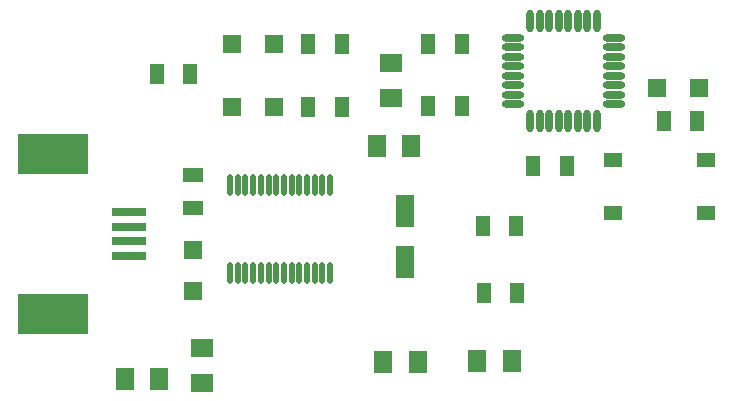
<source format=gtp>
G04*
G04 #@! TF.GenerationSoftware,Altium Limited,Altium Designer,23.10.1 (27)*
G04*
G04 Layer_Color=8421504*
%FSLAX44Y44*%
%MOMM*%
G71*
G04*
G04 #@! TF.SameCoordinates,F5A69C73-B6B7-4C8D-B8A1-BB125D59BB46*
G04*
G04*
G04 #@! TF.FilePolarity,Positive*
G04*
G01*
G75*
%ADD14R,1.5000X1.5000*%
%ADD15R,1.2557X1.7582*%
%ADD16R,1.5000X1.5000*%
%ADD17R,1.8582X1.5057*%
%ADD18R,1.5057X1.8582*%
%ADD19R,3.0000X0.7000*%
%ADD20R,6.0400X3.4000*%
%ADD21O,0.4500X1.8500*%
%ADD22R,1.7582X1.2557*%
%ADD23R,1.5500X1.3000*%
%ADD24O,0.6000X1.9500*%
%ADD25O,1.9500X0.6000*%
%ADD26R,1.6000X2.8000*%
D14*
X843280Y532130D02*
D03*
X808280D02*
D03*
X483590Y515620D02*
D03*
X448590D02*
D03*
X483590Y568960D02*
D03*
X448590D02*
D03*
D15*
X813985Y504190D02*
D03*
X842010D02*
D03*
X703538Y466090D02*
D03*
X731562D02*
D03*
X412835Y543560D02*
D03*
X384810D02*
D03*
X689652Y358140D02*
D03*
X661628D02*
D03*
X688425Y415290D02*
D03*
X660400D02*
D03*
X642662Y516890D02*
D03*
X614638D02*
D03*
X642662Y568960D02*
D03*
X614638D02*
D03*
X541062Y515620D02*
D03*
X513038D02*
D03*
X541062Y568960D02*
D03*
X513038D02*
D03*
D16*
X415290Y394690D02*
D03*
Y359690D02*
D03*
D17*
X422910Y282418D02*
D03*
Y311942D02*
D03*
X582930Y523718D02*
D03*
Y553242D02*
D03*
D18*
X357348Y285750D02*
D03*
X386872D02*
D03*
X576265Y299720D02*
D03*
X605790D02*
D03*
X570708Y482600D02*
D03*
X600232D02*
D03*
X655798Y300990D02*
D03*
X685322D02*
D03*
D19*
X360830Y414360D02*
D03*
Y401860D02*
D03*
Y426860D02*
D03*
Y389360D02*
D03*
D20*
X296830Y340110D02*
D03*
Y476110D02*
D03*
D21*
X531200Y450000D02*
D03*
X524700D02*
D03*
X518200D02*
D03*
X511700D02*
D03*
X505200D02*
D03*
X498700D02*
D03*
X492200D02*
D03*
X485700D02*
D03*
X479200D02*
D03*
X472700D02*
D03*
X466200D02*
D03*
X459700D02*
D03*
X453200D02*
D03*
X446700D02*
D03*
X531200Y375500D02*
D03*
X524700D02*
D03*
X518200D02*
D03*
X511700D02*
D03*
X505200D02*
D03*
X498700D02*
D03*
X492200D02*
D03*
X485700D02*
D03*
X479200D02*
D03*
X472700D02*
D03*
X466200D02*
D03*
X459700D02*
D03*
X453200D02*
D03*
X446700D02*
D03*
D22*
X415290Y430488D02*
D03*
Y458512D02*
D03*
D23*
X850010Y425810D02*
D03*
X770510D02*
D03*
X850010Y470810D02*
D03*
X770510D02*
D03*
D24*
X700980Y503600D02*
D03*
X708980D02*
D03*
X716980D02*
D03*
X724980D02*
D03*
X732980D02*
D03*
X740980D02*
D03*
X748980D02*
D03*
X756980D02*
D03*
Y588600D02*
D03*
X748980D02*
D03*
X740980D02*
D03*
X732980D02*
D03*
X724980D02*
D03*
X716980D02*
D03*
X708980D02*
D03*
X700980D02*
D03*
D25*
X771480Y518100D02*
D03*
Y526100D02*
D03*
Y534100D02*
D03*
Y542100D02*
D03*
Y550100D02*
D03*
Y558100D02*
D03*
Y566100D02*
D03*
Y574100D02*
D03*
X686480D02*
D03*
Y566100D02*
D03*
Y558100D02*
D03*
Y550100D02*
D03*
Y542100D02*
D03*
Y534100D02*
D03*
Y526100D02*
D03*
Y518100D02*
D03*
D26*
X594360Y427900D02*
D03*
Y384900D02*
D03*
M02*

</source>
